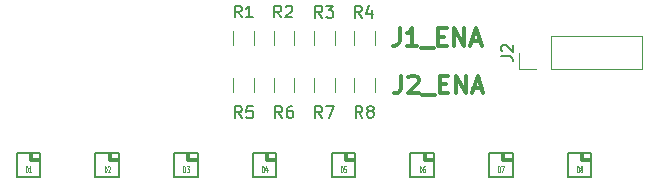
<source format=gto>
G04 #@! TF.FileFunction,Legend,Top*
%FSLAX46Y46*%
G04 Gerber Fmt 4.6, Leading zero omitted, Abs format (unit mm)*
G04 Created by KiCad (PCBNEW 4.0.6) date Thu Jun 20 17:11:49 2019*
%MOMM*%
%LPD*%
G01*
G04 APERTURE LIST*
%ADD10C,0.100000*%
%ADD11C,0.300000*%
%ADD12C,0.350000*%
%ADD13C,0.150000*%
%ADD14C,0.120000*%
%ADD15C,0.074930*%
G04 APERTURE END LIST*
D10*
D11*
X138191429Y-106208571D02*
X138191429Y-107280000D01*
X138120001Y-107494286D01*
X137977144Y-107637143D01*
X137762858Y-107708571D01*
X137620001Y-107708571D01*
X138834286Y-106351429D02*
X138905715Y-106280000D01*
X139048572Y-106208571D01*
X139405715Y-106208571D01*
X139548572Y-106280000D01*
X139620001Y-106351429D01*
X139691429Y-106494286D01*
X139691429Y-106637143D01*
X139620001Y-106851429D01*
X138762858Y-107708571D01*
X139691429Y-107708571D01*
X139977143Y-107851429D02*
X141120000Y-107851429D01*
X141477143Y-106922857D02*
X141977143Y-106922857D01*
X142191429Y-107708571D02*
X141477143Y-107708571D01*
X141477143Y-106208571D01*
X142191429Y-106208571D01*
X142834286Y-107708571D02*
X142834286Y-106208571D01*
X143691429Y-107708571D01*
X143691429Y-106208571D01*
X144334286Y-107280000D02*
X145048572Y-107280000D01*
X144191429Y-107708571D02*
X144691429Y-106208571D01*
X145191429Y-107708571D01*
X138081429Y-102198571D02*
X138081429Y-103270000D01*
X138010001Y-103484286D01*
X137867144Y-103627143D01*
X137652858Y-103698571D01*
X137510001Y-103698571D01*
X139581429Y-103698571D02*
X138724286Y-103698571D01*
X139152858Y-103698571D02*
X139152858Y-102198571D01*
X139010001Y-102412857D01*
X138867143Y-102555714D01*
X138724286Y-102627143D01*
X139867143Y-103841429D02*
X141010000Y-103841429D01*
X141367143Y-102912857D02*
X141867143Y-102912857D01*
X142081429Y-103698571D02*
X141367143Y-103698571D01*
X141367143Y-102198571D01*
X142081429Y-102198571D01*
X142724286Y-103698571D02*
X142724286Y-102198571D01*
X143581429Y-103698571D01*
X143581429Y-102198571D01*
X144224286Y-103270000D02*
X144938572Y-103270000D01*
X144081429Y-103698571D02*
X144581429Y-102198571D01*
X145081429Y-103698571D01*
D12*
X107560000Y-113370000D02*
X106860000Y-113370000D01*
X106860000Y-113370000D02*
X106860000Y-112870000D01*
D13*
X105660000Y-112770000D02*
X107660000Y-112770000D01*
X107660000Y-112770000D02*
X107660000Y-114770000D01*
X107660000Y-114770000D02*
X105660000Y-114770000D01*
X105660000Y-114770000D02*
X105660000Y-112770000D01*
D12*
X114230000Y-113370000D02*
X113530000Y-113370000D01*
X113530000Y-113370000D02*
X113530000Y-112870000D01*
D13*
X112330000Y-112770000D02*
X114330000Y-112770000D01*
X114330000Y-112770000D02*
X114330000Y-114770000D01*
X114330000Y-114770000D02*
X112330000Y-114770000D01*
X112330000Y-114770000D02*
X112330000Y-112770000D01*
D12*
X120900000Y-113370000D02*
X120200000Y-113370000D01*
X120200000Y-113370000D02*
X120200000Y-112870000D01*
D13*
X119000000Y-112770000D02*
X121000000Y-112770000D01*
X121000000Y-112770000D02*
X121000000Y-114770000D01*
X121000000Y-114770000D02*
X119000000Y-114770000D01*
X119000000Y-114770000D02*
X119000000Y-112770000D01*
D12*
X127560000Y-113370000D02*
X126860000Y-113370000D01*
X126860000Y-113370000D02*
X126860000Y-112870000D01*
D13*
X125660000Y-112770000D02*
X127660000Y-112770000D01*
X127660000Y-112770000D02*
X127660000Y-114770000D01*
X127660000Y-114770000D02*
X125660000Y-114770000D01*
X125660000Y-114770000D02*
X125660000Y-112770000D01*
D12*
X134230000Y-113370000D02*
X133530000Y-113370000D01*
X133530000Y-113370000D02*
X133530000Y-112870000D01*
D13*
X132330000Y-112770000D02*
X134330000Y-112770000D01*
X134330000Y-112770000D02*
X134330000Y-114770000D01*
X134330000Y-114770000D02*
X132330000Y-114770000D01*
X132330000Y-114770000D02*
X132330000Y-112770000D01*
D12*
X140900000Y-113370000D02*
X140200000Y-113370000D01*
X140200000Y-113370000D02*
X140200000Y-112870000D01*
D13*
X139000000Y-112770000D02*
X141000000Y-112770000D01*
X141000000Y-112770000D02*
X141000000Y-114770000D01*
X141000000Y-114770000D02*
X139000000Y-114770000D01*
X139000000Y-114770000D02*
X139000000Y-112770000D01*
D12*
X147560000Y-113370000D02*
X146860000Y-113370000D01*
X146860000Y-113370000D02*
X146860000Y-112870000D01*
D13*
X145660000Y-112770000D02*
X147660000Y-112770000D01*
X147660000Y-112770000D02*
X147660000Y-114770000D01*
X147660000Y-114770000D02*
X145660000Y-114770000D01*
X145660000Y-114770000D02*
X145660000Y-112770000D01*
D12*
X154230000Y-113370000D02*
X153530000Y-113370000D01*
X153530000Y-113370000D02*
X153530000Y-112870000D01*
D13*
X152330000Y-112770000D02*
X154330000Y-112770000D01*
X154330000Y-112770000D02*
X154330000Y-114770000D01*
X154330000Y-114770000D02*
X152330000Y-114770000D01*
X152330000Y-114770000D02*
X152330000Y-112770000D01*
D14*
X150900000Y-105640000D02*
X158640000Y-105640000D01*
X158640000Y-105640000D02*
X158640000Y-102860000D01*
X158640000Y-102860000D02*
X150900000Y-102860000D01*
X150900000Y-102860000D02*
X150900000Y-105640000D01*
X149630000Y-105640000D02*
X148240000Y-105640000D01*
X148240000Y-105640000D02*
X148240000Y-104250000D01*
X125780000Y-102400000D02*
X125780000Y-103600000D01*
X124020000Y-103600000D02*
X124020000Y-102400000D01*
X129180000Y-102400000D02*
X129180000Y-103600000D01*
X127420000Y-103600000D02*
X127420000Y-102400000D01*
X132580000Y-102400000D02*
X132580000Y-103600000D01*
X130820000Y-103600000D02*
X130820000Y-102400000D01*
X135980000Y-102400000D02*
X135980000Y-103600000D01*
X134220000Y-103600000D02*
X134220000Y-102400000D01*
X124020000Y-107600000D02*
X124020000Y-106400000D01*
X125780000Y-106400000D02*
X125780000Y-107600000D01*
X127420000Y-107600000D02*
X127420000Y-106400000D01*
X129180000Y-106400000D02*
X129180000Y-107600000D01*
X132580000Y-106400000D02*
X132580000Y-107600000D01*
X130820000Y-107600000D02*
X130820000Y-106400000D01*
X134220000Y-107600000D02*
X134220000Y-106400000D01*
X135980000Y-106400000D02*
X135980000Y-107600000D01*
D15*
X106438778Y-114396362D02*
X106438778Y-113895982D01*
X106510140Y-113895982D01*
X106552957Y-113919810D01*
X106581502Y-113967465D01*
X106595774Y-114015120D01*
X106610046Y-114110431D01*
X106610046Y-114181914D01*
X106595774Y-114277224D01*
X106581502Y-114324880D01*
X106552957Y-114372535D01*
X106510140Y-114396362D01*
X106438778Y-114396362D01*
X106895494Y-114396362D02*
X106724226Y-114396362D01*
X106809860Y-114396362D02*
X106809860Y-113895982D01*
X106781315Y-113967465D01*
X106752770Y-114015120D01*
X106724226Y-114038948D01*
X113108778Y-114396362D02*
X113108778Y-113895982D01*
X113180140Y-113895982D01*
X113222957Y-113919810D01*
X113251502Y-113967465D01*
X113265774Y-114015120D01*
X113280046Y-114110431D01*
X113280046Y-114181914D01*
X113265774Y-114277224D01*
X113251502Y-114324880D01*
X113222957Y-114372535D01*
X113180140Y-114396362D01*
X113108778Y-114396362D01*
X113394226Y-113943638D02*
X113408498Y-113919810D01*
X113437043Y-113895982D01*
X113508405Y-113895982D01*
X113536949Y-113919810D01*
X113551222Y-113943638D01*
X113565494Y-113991293D01*
X113565494Y-114038948D01*
X113551222Y-114110431D01*
X113379953Y-114396362D01*
X113565494Y-114396362D01*
X119778778Y-114396362D02*
X119778778Y-113895982D01*
X119850140Y-113895982D01*
X119892957Y-113919810D01*
X119921502Y-113967465D01*
X119935774Y-114015120D01*
X119950046Y-114110431D01*
X119950046Y-114181914D01*
X119935774Y-114277224D01*
X119921502Y-114324880D01*
X119892957Y-114372535D01*
X119850140Y-114396362D01*
X119778778Y-114396362D01*
X120049953Y-113895982D02*
X120235494Y-113895982D01*
X120135587Y-114086603D01*
X120178405Y-114086603D01*
X120206949Y-114110431D01*
X120221222Y-114134259D01*
X120235494Y-114181914D01*
X120235494Y-114301052D01*
X120221222Y-114348707D01*
X120206949Y-114372535D01*
X120178405Y-114396362D01*
X120092770Y-114396362D01*
X120064226Y-114372535D01*
X120049953Y-114348707D01*
X126438778Y-114396362D02*
X126438778Y-113895982D01*
X126510140Y-113895982D01*
X126552957Y-113919810D01*
X126581502Y-113967465D01*
X126595774Y-114015120D01*
X126610046Y-114110431D01*
X126610046Y-114181914D01*
X126595774Y-114277224D01*
X126581502Y-114324880D01*
X126552957Y-114372535D01*
X126510140Y-114396362D01*
X126438778Y-114396362D01*
X126866949Y-114062776D02*
X126866949Y-114396362D01*
X126795587Y-113872155D02*
X126724226Y-114229569D01*
X126909766Y-114229569D01*
X133108778Y-114396362D02*
X133108778Y-113895982D01*
X133180140Y-113895982D01*
X133222957Y-113919810D01*
X133251502Y-113967465D01*
X133265774Y-114015120D01*
X133280046Y-114110431D01*
X133280046Y-114181914D01*
X133265774Y-114277224D01*
X133251502Y-114324880D01*
X133222957Y-114372535D01*
X133180140Y-114396362D01*
X133108778Y-114396362D01*
X133551222Y-113895982D02*
X133408498Y-113895982D01*
X133394226Y-114134259D01*
X133408498Y-114110431D01*
X133437043Y-114086603D01*
X133508405Y-114086603D01*
X133536949Y-114110431D01*
X133551222Y-114134259D01*
X133565494Y-114181914D01*
X133565494Y-114301052D01*
X133551222Y-114348707D01*
X133536949Y-114372535D01*
X133508405Y-114396362D01*
X133437043Y-114396362D01*
X133408498Y-114372535D01*
X133394226Y-114348707D01*
X139778778Y-114396362D02*
X139778778Y-113895982D01*
X139850140Y-113895982D01*
X139892957Y-113919810D01*
X139921502Y-113967465D01*
X139935774Y-114015120D01*
X139950046Y-114110431D01*
X139950046Y-114181914D01*
X139935774Y-114277224D01*
X139921502Y-114324880D01*
X139892957Y-114372535D01*
X139850140Y-114396362D01*
X139778778Y-114396362D01*
X140206949Y-113895982D02*
X140149860Y-113895982D01*
X140121315Y-113919810D01*
X140107043Y-113943638D01*
X140078498Y-114015120D01*
X140064226Y-114110431D01*
X140064226Y-114301052D01*
X140078498Y-114348707D01*
X140092770Y-114372535D01*
X140121315Y-114396362D01*
X140178405Y-114396362D01*
X140206949Y-114372535D01*
X140221222Y-114348707D01*
X140235494Y-114301052D01*
X140235494Y-114181914D01*
X140221222Y-114134259D01*
X140206949Y-114110431D01*
X140178405Y-114086603D01*
X140121315Y-114086603D01*
X140092770Y-114110431D01*
X140078498Y-114134259D01*
X140064226Y-114181914D01*
X146438778Y-114396362D02*
X146438778Y-113895982D01*
X146510140Y-113895982D01*
X146552957Y-113919810D01*
X146581502Y-113967465D01*
X146595774Y-114015120D01*
X146610046Y-114110431D01*
X146610046Y-114181914D01*
X146595774Y-114277224D01*
X146581502Y-114324880D01*
X146552957Y-114372535D01*
X146510140Y-114396362D01*
X146438778Y-114396362D01*
X146709953Y-113895982D02*
X146909766Y-113895982D01*
X146781315Y-114396362D01*
X153108778Y-114396362D02*
X153108778Y-113895982D01*
X153180140Y-113895982D01*
X153222957Y-113919810D01*
X153251502Y-113967465D01*
X153265774Y-114015120D01*
X153280046Y-114110431D01*
X153280046Y-114181914D01*
X153265774Y-114277224D01*
X153251502Y-114324880D01*
X153222957Y-114372535D01*
X153180140Y-114396362D01*
X153108778Y-114396362D01*
X153451315Y-114110431D02*
X153422770Y-114086603D01*
X153408498Y-114062776D01*
X153394226Y-114015120D01*
X153394226Y-113991293D01*
X153408498Y-113943638D01*
X153422770Y-113919810D01*
X153451315Y-113895982D01*
X153508405Y-113895982D01*
X153536949Y-113919810D01*
X153551222Y-113943638D01*
X153565494Y-113991293D01*
X153565494Y-114015120D01*
X153551222Y-114062776D01*
X153536949Y-114086603D01*
X153508405Y-114110431D01*
X153451315Y-114110431D01*
X153422770Y-114134259D01*
X153408498Y-114158086D01*
X153394226Y-114205741D01*
X153394226Y-114301052D01*
X153408498Y-114348707D01*
X153422770Y-114372535D01*
X153451315Y-114396362D01*
X153508405Y-114396362D01*
X153536949Y-114372535D01*
X153551222Y-114348707D01*
X153565494Y-114301052D01*
X153565494Y-114205741D01*
X153551222Y-114158086D01*
X153536949Y-114134259D01*
X153508405Y-114110431D01*
D13*
X146692381Y-104583333D02*
X147406667Y-104583333D01*
X147549524Y-104630953D01*
X147644762Y-104726191D01*
X147692381Y-104869048D01*
X147692381Y-104964286D01*
X146787619Y-104154762D02*
X146740000Y-104107143D01*
X146692381Y-104011905D01*
X146692381Y-103773809D01*
X146740000Y-103678571D01*
X146787619Y-103630952D01*
X146882857Y-103583333D01*
X146978095Y-103583333D01*
X147120952Y-103630952D01*
X147692381Y-104202381D01*
X147692381Y-103583333D01*
X124713334Y-101282381D02*
X124380000Y-100806190D01*
X124141905Y-101282381D02*
X124141905Y-100282381D01*
X124522858Y-100282381D01*
X124618096Y-100330000D01*
X124665715Y-100377619D01*
X124713334Y-100472857D01*
X124713334Y-100615714D01*
X124665715Y-100710952D01*
X124618096Y-100758571D01*
X124522858Y-100806190D01*
X124141905Y-100806190D01*
X125665715Y-101282381D02*
X125094286Y-101282381D01*
X125380000Y-101282381D02*
X125380000Y-100282381D01*
X125284762Y-100425238D01*
X125189524Y-100520476D01*
X125094286Y-100568095D01*
X128063334Y-101282381D02*
X127730000Y-100806190D01*
X127491905Y-101282381D02*
X127491905Y-100282381D01*
X127872858Y-100282381D01*
X127968096Y-100330000D01*
X128015715Y-100377619D01*
X128063334Y-100472857D01*
X128063334Y-100615714D01*
X128015715Y-100710952D01*
X127968096Y-100758571D01*
X127872858Y-100806190D01*
X127491905Y-100806190D01*
X128444286Y-100377619D02*
X128491905Y-100330000D01*
X128587143Y-100282381D01*
X128825239Y-100282381D01*
X128920477Y-100330000D01*
X128968096Y-100377619D01*
X129015715Y-100472857D01*
X129015715Y-100568095D01*
X128968096Y-100710952D01*
X128396667Y-101282381D01*
X129015715Y-101282381D01*
X131533334Y-101302381D02*
X131200000Y-100826190D01*
X130961905Y-101302381D02*
X130961905Y-100302381D01*
X131342858Y-100302381D01*
X131438096Y-100350000D01*
X131485715Y-100397619D01*
X131533334Y-100492857D01*
X131533334Y-100635714D01*
X131485715Y-100730952D01*
X131438096Y-100778571D01*
X131342858Y-100826190D01*
X130961905Y-100826190D01*
X131866667Y-100302381D02*
X132485715Y-100302381D01*
X132152381Y-100683333D01*
X132295239Y-100683333D01*
X132390477Y-100730952D01*
X132438096Y-100778571D01*
X132485715Y-100873810D01*
X132485715Y-101111905D01*
X132438096Y-101207143D01*
X132390477Y-101254762D01*
X132295239Y-101302381D01*
X132009524Y-101302381D01*
X131914286Y-101254762D01*
X131866667Y-101207143D01*
X134873334Y-101302381D02*
X134540000Y-100826190D01*
X134301905Y-101302381D02*
X134301905Y-100302381D01*
X134682858Y-100302381D01*
X134778096Y-100350000D01*
X134825715Y-100397619D01*
X134873334Y-100492857D01*
X134873334Y-100635714D01*
X134825715Y-100730952D01*
X134778096Y-100778571D01*
X134682858Y-100826190D01*
X134301905Y-100826190D01*
X135730477Y-100635714D02*
X135730477Y-101302381D01*
X135492381Y-100254762D02*
X135254286Y-100969048D01*
X135873334Y-100969048D01*
X124733334Y-109802381D02*
X124400000Y-109326190D01*
X124161905Y-109802381D02*
X124161905Y-108802381D01*
X124542858Y-108802381D01*
X124638096Y-108850000D01*
X124685715Y-108897619D01*
X124733334Y-108992857D01*
X124733334Y-109135714D01*
X124685715Y-109230952D01*
X124638096Y-109278571D01*
X124542858Y-109326190D01*
X124161905Y-109326190D01*
X125638096Y-108802381D02*
X125161905Y-108802381D01*
X125114286Y-109278571D01*
X125161905Y-109230952D01*
X125257143Y-109183333D01*
X125495239Y-109183333D01*
X125590477Y-109230952D01*
X125638096Y-109278571D01*
X125685715Y-109373810D01*
X125685715Y-109611905D01*
X125638096Y-109707143D01*
X125590477Y-109754762D01*
X125495239Y-109802381D01*
X125257143Y-109802381D01*
X125161905Y-109754762D01*
X125114286Y-109707143D01*
X128143334Y-109782381D02*
X127810000Y-109306190D01*
X127571905Y-109782381D02*
X127571905Y-108782381D01*
X127952858Y-108782381D01*
X128048096Y-108830000D01*
X128095715Y-108877619D01*
X128143334Y-108972857D01*
X128143334Y-109115714D01*
X128095715Y-109210952D01*
X128048096Y-109258571D01*
X127952858Y-109306190D01*
X127571905Y-109306190D01*
X129000477Y-108782381D02*
X128810000Y-108782381D01*
X128714762Y-108830000D01*
X128667143Y-108877619D01*
X128571905Y-109020476D01*
X128524286Y-109210952D01*
X128524286Y-109591905D01*
X128571905Y-109687143D01*
X128619524Y-109734762D01*
X128714762Y-109782381D01*
X128905239Y-109782381D01*
X129000477Y-109734762D01*
X129048096Y-109687143D01*
X129095715Y-109591905D01*
X129095715Y-109353810D01*
X129048096Y-109258571D01*
X129000477Y-109210952D01*
X128905239Y-109163333D01*
X128714762Y-109163333D01*
X128619524Y-109210952D01*
X128571905Y-109258571D01*
X128524286Y-109353810D01*
X131533334Y-109782381D02*
X131200000Y-109306190D01*
X130961905Y-109782381D02*
X130961905Y-108782381D01*
X131342858Y-108782381D01*
X131438096Y-108830000D01*
X131485715Y-108877619D01*
X131533334Y-108972857D01*
X131533334Y-109115714D01*
X131485715Y-109210952D01*
X131438096Y-109258571D01*
X131342858Y-109306190D01*
X130961905Y-109306190D01*
X131866667Y-108782381D02*
X132533334Y-108782381D01*
X132104762Y-109782381D01*
X134943334Y-109772381D02*
X134610000Y-109296190D01*
X134371905Y-109772381D02*
X134371905Y-108772381D01*
X134752858Y-108772381D01*
X134848096Y-108820000D01*
X134895715Y-108867619D01*
X134943334Y-108962857D01*
X134943334Y-109105714D01*
X134895715Y-109200952D01*
X134848096Y-109248571D01*
X134752858Y-109296190D01*
X134371905Y-109296190D01*
X135514762Y-109200952D02*
X135419524Y-109153333D01*
X135371905Y-109105714D01*
X135324286Y-109010476D01*
X135324286Y-108962857D01*
X135371905Y-108867619D01*
X135419524Y-108820000D01*
X135514762Y-108772381D01*
X135705239Y-108772381D01*
X135800477Y-108820000D01*
X135848096Y-108867619D01*
X135895715Y-108962857D01*
X135895715Y-109010476D01*
X135848096Y-109105714D01*
X135800477Y-109153333D01*
X135705239Y-109200952D01*
X135514762Y-109200952D01*
X135419524Y-109248571D01*
X135371905Y-109296190D01*
X135324286Y-109391429D01*
X135324286Y-109581905D01*
X135371905Y-109677143D01*
X135419524Y-109724762D01*
X135514762Y-109772381D01*
X135705239Y-109772381D01*
X135800477Y-109724762D01*
X135848096Y-109677143D01*
X135895715Y-109581905D01*
X135895715Y-109391429D01*
X135848096Y-109296190D01*
X135800477Y-109248571D01*
X135705239Y-109200952D01*
M02*

</source>
